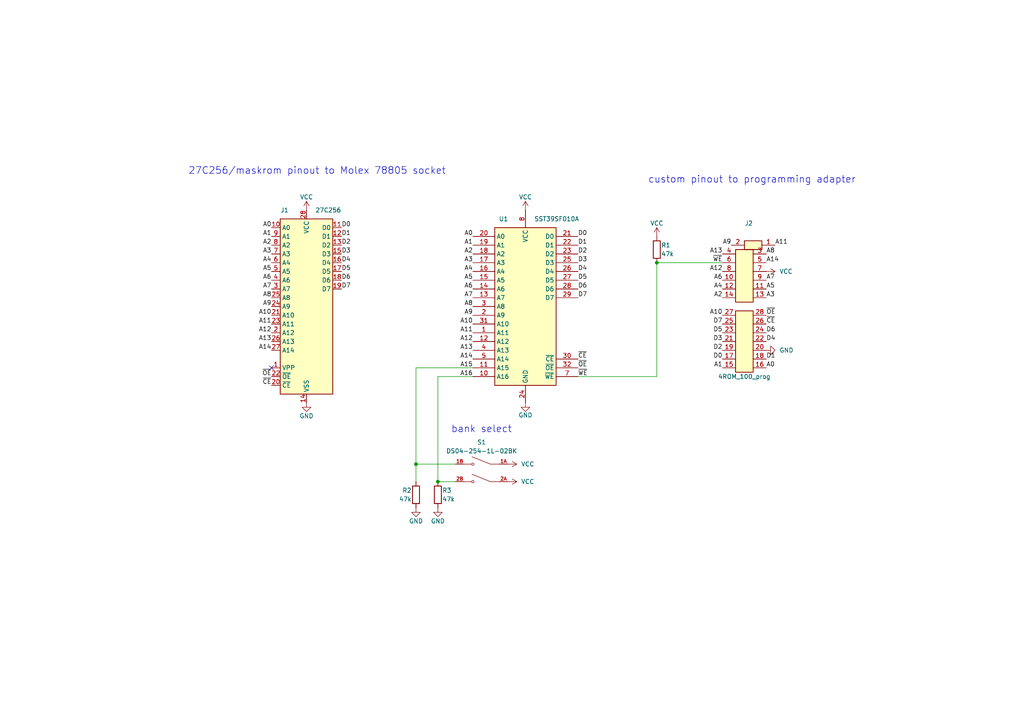
<source format=kicad_sch>
(kicad_sch (version 20211123) (generator eeschema)
  (paper "A4")
  (title_block (title "4ROM_STD") (date "2023-01-09") (rev "001") (company "Brian K. White b.kenyon.w@gmail.com") (comment 1 "CC-BY-SA") (comment 2 "4-bank ROM for 78805 socket with standard mask rom JEDEC pinout"))
  (lib_symbols
    (symbol "000_LOCAL:27C256"
      (property "Reference" "U" (at -7.62 26.67 0))
      (property "Value" "27C256" (at 2.54 -26.67 0))
      (symbol "27C256_1_1"
        (rectangle (start -7.62 25.4) (end 7.62 -25.4) (stroke (width 0.254)) (fill (type background)))
        (pin power_in line (at -10.16 -17.78 0) (length 2.54) (name "VPP") (number "1"))
        (pin input line (at -10.16 22.86 0) (length 2.54) (name "A0") (number "10"))
        (pin tri_state line (at 10.16 22.86 180) (length 2.54) (name "D0") (number "11"))
        (pin tri_state line (at 10.16 20.32 180) (length 2.54) (name "D1") (number "12"))
        (pin tri_state line (at 10.16 17.78 180) (length 2.54) (name "D2") (number "13"))
        (pin power_in line (at 0 -27.94 90) (length 2.54) (name "VSS") (number "14"))
        (pin tri_state line (at 10.16 15.24 180) (length 2.54) (name "D3") (number "15"))
        (pin tri_state line (at 10.16 12.7 180) (length 2.54) (name "D4") (number "16"))
        (pin tri_state line (at 10.16 10.16 180) (length 2.54) (name "D5") (number "17"))
        (pin tri_state line (at 10.16 7.62 180) (length 2.54) (name "D6") (number "18"))
        (pin tri_state line (at 10.16 5.08 180) (length 2.54) (name "D7") (number "19"))
        (pin input line (at -10.16 -7.62 0) (length 2.54) (name "A12") (number "2"))
        (pin input line (at -10.16 -22.86 0) (length 2.54) (name "~{CE}") (number "20"))
        (pin input line (at -10.16 -2.54 0) (length 2.54) (name "A10") (number "21"))
        (pin input line (at -10.16 -20.32 0) (length 2.54) (name "~{OE}") (number "22"))
        (pin input line (at -10.16 -5.08 0) (length 2.54) (name "A11") (number "23"))
        (pin input line (at -10.16 0 0) (length 2.54) (name "A9") (number "24"))
        (pin input line (at -10.16 2.54 0) (length 2.54) (name "A8") (number "25"))
        (pin input line (at -10.16 -10.16 0) (length 2.54) (name "A13") (number "26"))
        (pin input line (at -10.16 -12.7 0) (length 2.54) (name "A14") (number "27"))
        (pin power_in line (at 0 27.94 270) (length 2.54) (name "VCC") (number "28"))
        (pin input line (at -10.16 5.08 0) (length 2.54) (name "A7") (number "3"))
        (pin input line (at -10.16 7.62 0) (length 2.54) (name "A6") (number "4"))
        (pin input line (at -10.16 10.16 0) (length 2.54) (name "A5") (number "5"))
        (pin input line (at -10.16 12.7 0) (length 2.54) (name "A4") (number "6"))
        (pin input line (at -10.16 15.24 0) (length 2.54) (name "A3") (number "7"))
        (pin input line (at -10.16 17.78 0) (length 2.54) (name "A2") (number "8"))
        (pin input line (at -10.16 20.32 0) (length 2.54) (name "A1") (number "9"))
      )
    )
    (symbol "000_LOCAL:29F010"
      (property "Reference" "U" (at -8.128 24.384 0))
      (property "Value" "29F010" (at 1.016 24.384 0))
      (symbol "29F010_0_1"
        (rectangle (start -8.89 -22.86) (end 8.89 22.86) (stroke (width 0.254)) (fill (type background)))
      )
      (symbol "29F010_1_1"
        (pin input line (at -15.24 -7.62 0) (length 6.35) (name "A11") (number "1"))
        (pin input line (at -15.24 -20.32 0) (length 6.35) (name "A16") (number "10"))
        (pin input line (at -15.24 -17.78 0) (length 6.35) (name "A15") (number "11"))
        (pin input line (at -15.24 -10.16 0) (length 6.35) (name "A12") (number "12"))
        (pin input line (at -15.24 2.54 0) (length 6.35) (name "A7") (number "13"))
        (pin input line (at -15.24 5.08 0) (length 6.35) (name "A6") (number "14"))
        (pin input line (at -15.24 7.62 0) (length 6.35) (name "A5") (number "15"))
        (pin input line (at -15.24 10.16 0) (length 6.35) (name "A4") (number "16"))
        (pin input line (at -15.24 12.7 0) (length 6.35) (name "A3") (number "17"))
        (pin input line (at -15.24 15.24 0) (length 6.35) (name "A2") (number "18"))
        (pin input line (at -15.24 17.78 0) (length 6.35) (name "A1") (number "19"))
        (pin input line (at -15.24 -2.54 0) (length 6.35) (name "A9") (number "2"))
        (pin input line (at -15.24 20.32 0) (length 6.35) (name "A0") (number "20"))
        (pin tri_state line (at 15.24 20.32 180) (length 6.35) (name "D0") (number "21"))
        (pin tri_state line (at 15.24 17.78 180) (length 6.35) (name "D1") (number "22"))
        (pin tri_state line (at 15.24 15.24 180) (length 6.35) (name "D2") (number "23"))
        (pin input line (at 0 -27.94 90) (length 5.08) (name "GND") (number "24"))
        (pin tri_state line (at 15.24 12.7 180) (length 6.35) (name "D3") (number "25"))
        (pin tri_state line (at 15.24 10.16 180) (length 6.35) (name "D4") (number "26"))
        (pin tri_state line (at 15.24 7.62 180) (length 6.35) (name "D5") (number "27"))
        (pin tri_state line (at 15.24 5.08 180) (length 6.35) (name "D6") (number "28"))
        (pin tri_state line (at 15.24 2.54 180) (length 6.35) (name "D7") (number "29"))
        (pin input line (at -15.24 0 0) (length 6.35) (name "A8") (number "3"))
        (pin input line (at 15.24 -15.24 180) (length 6.35) (name "~{CE}") (number "30"))
        (pin input line (at -15.24 -5.08 0) (length 6.35) (name "A10") (number "31"))
        (pin input line (at 15.24 -17.78 180) (length 6.35) (name "~{OE}") (number "32"))
        (pin input line (at -15.24 -12.7 0) (length 6.35) (name "A13") (number "4"))
        (pin input line (at -15.24 -15.24 0) (length 6.35) (name "A14") (number "5"))
        (pin input line (at 15.24 -20.32 180) (length 6.35) (name "~{WE}") (number "7"))
        (pin input line (at 0 27.94 270) (length 5.08) (name "VCC") (number "8"))
      )
    )
    (symbol "000_LOCAL:4ROM_100_prog" (pin_names (offset 1.016) hide)
      (property "Reference" "J" (at 0 20.32 0))
      (property "Value" "4ROM_100_prog" (at 0 -20.32 0))
      (symbol "4ROM_100_prog_1_1"
        (rectangle (start -2.54 -1.27) (end 2.54 -19.05) (stroke (width 0.254)) (fill (type background)))
        (rectangle (start -2.54 16.51) (end 2.54 1.27) (stroke (width 0.254)) (fill (type background)))
        (rectangle (start 0 19.05) (end 5.08 16.51) (stroke (width 0.254)) (fill (type background)))
        (pin passive line (at 8.89 17.78 180) (length 3.81) (name "A11") (number "1"))
        (pin passive line (at -6.35 7.62 0) (length 3.81) (name "A6") (number "10"))
        (pin passive line (at 6.35 5.08 180) (length 3.81) (name "A5") (number "11"))
        (pin passive line (at -6.35 5.08 0) (length 3.81) (name "A4") (number "12"))
        (pin passive line (at 6.35 2.54 180) (length 3.81) (name "A3") (number "13"))
        (pin passive line (at -6.35 2.54 0) (length 3.81) (name "A2") (number "14"))
        (pin passive line (at -6.35 -17.78 0) (length 3.81) (name "A1") (number "15"))
        (pin passive line (at 6.35 -17.78 180) (length 3.81) (name "A0") (number "16"))
        (pin passive line (at -6.35 -15.24 0) (length 3.81) (name "D0") (number "17"))
        (pin passive line (at 6.35 -15.24 180) (length 3.81) (name "D1") (number "18"))
        (pin passive line (at -6.35 -12.7 0) (length 3.81) (name "D2") (number "19"))
        (pin passive line (at -3.81 17.78 0) (length 3.81) (name "A9") (number "2"))
        (pin passive line (at 6.35 -12.7 180) (length 3.81) (name "GND") (number "20"))
        (pin passive line (at -6.35 -10.16 0) (length 3.81) (name "D3") (number "21"))
        (pin passive line (at 6.35 -10.16 180) (length 3.81) (name "D4") (number "22"))
        (pin passive line (at -6.35 -7.62 0) (length 3.81) (name "D5") (number "23"))
        (pin passive line (at 6.35 -7.62 180) (length 3.81) (name "D6") (number "24"))
        (pin passive line (at -6.35 -5.08 0) (length 3.81) (name "D7") (number "25"))
        (pin passive line (at 6.35 -5.08 180) (length 3.81) (name "~{CE}") (number "26"))
        (pin passive line (at -6.35 -2.54 0) (length 3.81) (name "A10") (number "27"))
        (pin passive line (at 6.35 -2.54 180) (length 3.81) (name "~{OE}") (number "28"))
        (pin passive line (at 6.35 15.24 180) (length 3.81) (name "A8") (number "3"))
        (pin passive line (at -6.35 15.24 0) (length 3.81) (name "A13") (number "4"))
        (pin passive line (at 6.35 12.7 180) (length 3.81) (name "A14") (number "5"))
        (pin passive line (at -6.35 12.7 0) (length 3.81) (name "~{WE}") (number "6"))
        (pin passive line (at 6.35 10.16 180) (length 3.81) (name "VCC") (number "7"))
        (pin passive line (at -6.35 10.16 0) (length 3.81) (name "A12") (number "8"))
        (pin passive line (at 6.35 7.62 180) (length 3.81) (name "A7") (number "9"))
      )
    )
    (symbol "000_LOCAL:DS04-254-1L-02BK" (pin_names (offset 1.016) hide)
      (property "Reference" "S" (at -2.54 5.08 0))
      (property "Value" "DS04-254-1L-02BK" (at -2.54 -5.08 0))
      (symbol "DS04-254-1L-02BK_0_0"
        (polyline (pts (xy -2.54 -2.54) (xy -5.08 -2.54)) (stroke (width 0.1524)))
        (polyline (pts (xy -2.54 -2.54) (xy 2.794 -0.4064)) (stroke (width 0.1524)))
        (polyline (pts (xy -2.54 2.54) (xy -5.08 2.54)) (stroke (width 0.1524)))
        (polyline (pts (xy -2.54 2.54) (xy 2.794 4.6736)) (stroke (width 0.1524)))
        (polyline (pts (xy 5.08 -2.54) (xy 2.921 -2.54)) (stroke (width 0.1524)))
        (polyline (pts (xy 5.08 2.54) (xy 2.921 2.54)) (stroke (width 0.1524)))
        (circle (center 2.54 -2.54) (radius 0.3302) (stroke (width 0.1524)))
        (circle (center 2.54 2.54) (radius 0.3302) (stroke (width 0.1524)))
        (pin passive line (at -7.62 2.54 0) (length 2.54) (name "~") (number "1A"))
        (pin passive line (at 7.62 2.54 180) (length 2.54) (name "~") (number "1B"))
        (pin passive line (at -7.62 -2.54 0) (length 2.54) (name "~") (number "2A"))
        (pin passive line (at 7.62 -2.54 180) (length 2.54) (name "~") (number "2B"))
      )
    )
    (symbol "000_LOCAL:R" (pin_numbers hide) (pin_names (offset 0))
      (property "Reference" "R" (at 2.032 0 90))
      (property "Value" "R" (at 0 0 90))
      (symbol "R_0_1"
        (rectangle (start -1.016 -2.54) (end 1.016 2.54) (stroke (width 0.254)))
      )
      (symbol "R_1_1"
        (pin passive line (at 0 3.81 270) (length 1.27) (name "~") (number "1"))
        (pin passive line (at 0 -3.81 90) (length 1.27) (name "~") (number "2"))
      )
    )
    (symbol "power:GND" (power) (pin_names (offset 0))
      (property "Value" "GND" (at 0 -3.81 0))
      (symbol "GND_0_1"
        (polyline (pts (xy 0 0) (xy 0 -1.27) (xy 1.27 -1.27) (xy 0 -2.54) (xy -1.27 -1.27) (xy 0 -1.27)))
      )
      (symbol "GND_1_1"
        (pin power_in line (at 0 0 270) (length 0) hide (name "GND") (number "1"))
      )
    )
    (symbol "power:VCC" (power) (pin_names (offset 0))
      (property "Value" "VCC" (at 0 3.81 0))
      (symbol "VCC_0_1"
        (polyline (pts (xy -0.762 1.27) (xy 0 2.54)))
        (polyline (pts (xy 0 0) (xy 0 2.54)))
        (polyline (pts (xy 0 2.54) (xy 0.762 1.27)))
      )
      (symbol "VCC_1_1"
        (pin power_in line (at 0 0 90) (length 0) hide (name "VCC") (number "1"))
      )
    )
  )
  (junction (at 127 139.7))
  (junction (at 190.5 76.2))
  (junction (at 120.65 134.62))
  (no_connect (at 78.74 106.68))
  (wire (pts (xy 120.65 134.62) (xy 120.65 139.7)))
  (wire (pts (xy 127 109.22) (xy 137.16 109.22)))
  (wire (pts (xy 132.08 139.7) (xy 127 139.7)))
  (wire (pts (xy 120.65 134.62) (xy 132.08 134.62)))
  (wire (pts (xy 120.65 106.68) (xy 120.65 134.62)))
  (wire (pts (xy 190.5 76.2) (xy 209.55 76.2)))
  (wire (pts (xy 190.5 109.22) (xy 190.5 76.2)))
  (wire (pts (xy 127 139.7) (xy 127 109.22)))
  (wire (pts (xy 137.16 106.68) (xy 120.65 106.68)))
  (wire (pts (xy 167.64 109.22) (xy 190.5 109.22)))
  (text "27C256/maskrom pinout to Molex 78805 socket" (at 54.61 50.8 0) (effects (font (size 2 2)) (justify left bottom)))
  (text "custom pinout to programming adapter" (at 187.96 53.34 0) (effects (font (size 2 2)) (justify left bottom)))
  (text "bank select" (at 130.81 125.73 0) (effects (font (size 2 2)) (justify left bottom)))
  (label "A6" (at 137.16 83.82 180))
  (label "D7" (at 209.55 93.98 180))
  (label "D6" (at 99.06 81.28 0))
  (label "A11" (at 78.74 93.98 180))
  (label "~{OE}" (at 167.64 106.68 0))
  (label "A11" (at 224.79 71.12 0))
  (label "~{OE}" (at 78.74 109.22 180))
  (label "A10" (at 209.55 91.44 180))
  (label "D4" (at 99.06 76.2 0))
  (label "A9" (at 137.16 91.44 180))
  (label "D0" (at 209.55 104.14 180))
  (label "A12" (at 137.16 99.06 180))
  (label "D6" (at 167.64 83.82 0))
  (label "A5" (at 78.74 78.74 180))
  (label "A14" (at 78.74 101.6 180))
  (label "A13" (at 209.55 73.66 180))
  (label "D5" (at 167.64 81.28 0))
  (label "D5" (at 209.55 96.52 180))
  (label "A2" (at 209.55 86.36 180))
  (label "A2" (at 137.16 73.66 180))
  (label "D0" (at 99.06 66.04 0))
  (label "A6" (at 209.55 81.28 180))
  (label "~{CE}" (at 78.74 111.76 180))
  (label "A12" (at 78.74 96.52 180))
  (label "D3" (at 99.06 73.66 0))
  (label "A15" (at 137.16 106.68 180))
  (label "A0" (at 78.74 66.04 180))
  (label "D3" (at 209.55 99.06 180))
  (label "A14" (at 137.16 104.14 180))
  (label "A4" (at 209.55 83.82 180))
  (label "D2" (at 99.06 71.12 0))
  (label "D7" (at 167.64 86.36 0))
  (label "A9" (at 78.74 88.9 180))
  (label "A3" (at 137.16 76.2 180))
  (label "D6" (at 222.25 96.52 0))
  (label "D0" (at 167.64 68.58 0))
  (label "A4" (at 137.16 78.74 180))
  (label "A3" (at 222.25 86.36 0))
  (label "~{WE}" (at 167.64 109.22 0))
  (label "A10" (at 137.16 93.98 180))
  (label "~{CE}" (at 167.64 104.14 0))
  (label "A7" (at 78.74 83.82 180))
  (label "A8" (at 137.16 88.9 180))
  (label "A2" (at 78.74 71.12 180))
  (label "A13" (at 78.74 99.06 180))
  (label "D2" (at 167.64 73.66 0))
  (label "A11" (at 137.16 96.52 180))
  (label "D7" (at 99.06 83.82 0))
  (label "A3" (at 78.74 73.66 180))
  (label "A10" (at 78.74 91.44 180))
  (label "A4" (at 78.74 76.2 180))
  (label "D2" (at 209.55 101.6 180))
  (label "D1" (at 222.25 104.14 0))
  (label "D1" (at 99.06 68.58 0))
  (label "A7" (at 137.16 86.36 180))
  (label "A1" (at 78.74 68.58 180))
  (label "A13" (at 137.16 101.6 180))
  (label "~{WE}" (at 209.55 76.2 180))
  (label "~{CE}" (at 222.25 93.98 0))
  (label "A5" (at 137.16 81.28 180))
  (label "D5" (at 99.06 78.74 0))
  (label "A0" (at 137.16 68.58 180))
  (label "~{OE}" (at 222.25 91.44 0))
  (label "D4" (at 167.64 78.74 0))
  (label "A9" (at 212.09 71.12 180))
  (label "A8" (at 78.74 86.36 180))
  (label "A12" (at 209.55 78.74 180))
  (label "A16" (at 137.16 109.22 180))
  (label "A6" (at 78.74 81.28 180))
  (label "A0" (at 222.25 106.68 0))
  (label "A5" (at 222.25 83.82 0))
  (label "A1" (at 209.55 106.68 180))
  (label "D4" (at 222.25 99.06 0))
  (label "A8" (at 222.25 73.66 0))
  (label "D3" (at 167.64 76.2 0))
  (label "D1" (at 167.64 71.12 0))
  (label "A7" (at 222.25 81.28 0))
  (label "A14" (at 222.25 76.2 0))
  (label "A1" (at 137.16 71.12 180))
  (symbol (lib_id "000_LOCAL:29F010") (at 152.4 88.9 0) (unit 1)
    (property "Reference" "U1" (at 146.05 63.5 0))
    (property "Value" "SST39SF010A" (at 154.94 63.5 0) (effects (justify left)))
    (property "Footprint" "000_LOCAL:TSOP32-14mm" (effects hide))
    (property "Datasheet" "http://ww1.microchip.com/downloads/en/DeviceDoc/doc0006.pdf" (effects hide))
  )
  (symbol (lib_id "000_LOCAL:R") (at 190.5 72.39 0) (mirror y) (unit 1)
    (property "Reference" "R1" (at 191.77 71.12 0) (effects (justify right)))
    (property "Value" "47k" (at 191.77 73.66 0) (effects (justify right)))
    (property "Footprint" "000_LOCAL:R_0805" (effects hide))
  )
  (symbol (lib_id "000_LOCAL:27C256") (at 88.9 88.9 0) (unit 1)
    (property "Reference" "J1" (at 82.55 60.96 0))
    (property "Value" "27C256" (at 91.44 60.96 0) (effects (justify left)))
    (property "Footprint" "000_LOCAL:Molex78802_PCB_28" (effects hide))
  )
  (symbol (lib_id "power:VCC") (at 152.4 60.96 0) (unit 1)
    (property "Reference" "#PWR0101" (effects hide))
    (property "Value" "VCC" (at 152.4 57.15 0))
  )
  (symbol (lib_id "power:VCC") (at 88.9 60.96 0) (unit 1)
    (property "Reference" "#PWR0102" (effects hide))
    (property "Value" "VCC" (at 88.9 57.15 0))
  )
  (symbol (lib_id "power:VCC") (at 190.5 68.58 0) (mirror y) (unit 1)
    (property "Reference" "#PWR0105" (effects hide))
    (property "Value" "VCC" (at 190.5 64.77 0))
  )
  (symbol (lib_id "000_LOCAL:R") (at 120.65 143.51 0) (mirror x) (unit 1)
    (property "Reference" "R2" (at 119.38 142.24 0) (effects (justify right)))
    (property "Value" "47k" (at 119.38 144.78 0) (effects (justify right)))
    (property "Footprint" "000_LOCAL:R_0805" (effects hide))
  )
  (symbol (lib_id "power:GND") (at 120.65 147.32 0) (mirror y) (unit 1)
    (property "Reference" "#PWR0106" (effects hide))
    (property "Value" "GND" (at 120.65 151.13 0))
  )
  (symbol (lib_id "000_LOCAL:R") (at 127 143.51 0) (mirror x) (unit 1)
    (property "Reference" "R3" (at 128.27 142.24 0) (effects (justify left)))
    (property "Value" "47k" (at 128.27 144.78 0) (effects (justify left)))
    (property "Footprint" "000_LOCAL:R_0805" (effects hide))
  )
  (symbol (lib_id "000_LOCAL:DS04-254-1L-02BK") (at 139.7 137.16 0) (mirror y) (unit 1)
    (property "Reference" "S1" (at 139.7 128.27 0))
    (property "Value" "DS04-254-1L-02BK" (at 139.7 130.81 0))
    (property "Footprint" "000_LOCAL:SW_DS04-254-1L-02BK" (effects hide))
    (property "Datasheet" "Manufacturer Recommendations" (effects hide))
    (property "Field4" "2.60 mm" (effects hide))
    (property "Field5" "CUI Inc." (effects hide))
    (property "Field6" "V0.0" (effects hide))
    (property "STANDARD" "Manufacturer Recommendations" (effects hide))
    (property "PARTREV" "V0.0" (effects hide))
    (property "MANUFACTURER" "CUI Inc." (effects hide))
    (property "MAXIMUM_PACKAGE_HEIGHT" "3.96 mm" (effects hide))
  )
  (symbol (lib_id "power:VCC") (at 147.32 134.62 270) (mirror x) (unit 1)
    (property "Reference" "#PWR0108" (effects hide))
    (property "Value" "VCC" (at 151.13 134.62 90) (effects (justify left)))
  )
  (symbol (lib_id "power:VCC") (at 147.32 139.7 270) (mirror x) (unit 1)
    (property "Reference" "#PWR0109" (effects hide))
    (property "Value" "VCC" (at 151.13 139.7 90) (effects (justify left)))
  )
  (symbol (lib_id "power:GND") (at 88.9 116.84 0) (unit 1)
    (property "Reference" "#PWR0104" (effects hide))
    (property "Value" "GND" (at 88.9 120.65 0))
  )
  (symbol (lib_id "power:GND") (at 152.4 116.84 0) (unit 1)
    (property "Reference" "#PWR0107" (effects hide))
    (property "Value" "GND" (at 152.4 120.396 0))
  )
  (symbol (lib_id "power:GND") (at 127 147.32 0) (mirror y) (unit 1)
    (property "Reference" "#PWR0103" (effects hide))
    (property "Value" "GND" (at 127 151.13 0))
  )
  (symbol (lib_id "power:VCC") (at 222.25 78.74 270) (unit 1)
    (property "Reference" "#PWR0110" (effects hide))
    (property "Value" "VCC" (at 226.06 78.74 90) (effects (justify left)))
  )
  (symbol (lib_id "000_LOCAL:4ROM_100_prog") (at 215.9 88.9 0) (unit 1)
    (property "Reference" "J2" (at 217.17 64.77 0))
    (property "Value" "4ROM_100_prog" (at 215.9 109.22 0))
    (property "Footprint" "000_LOCAL:4ROM_100_prog_female" (effects hide))
  )
  (symbol (lib_id "power:GND") (at 222.25 101.6 90) (unit 1)
    (property "Reference" "#PWR0111" (effects hide))
    (property "Value" "GND" (at 226.06 101.6 90) (effects (justify right)))
  )
)
</source>
